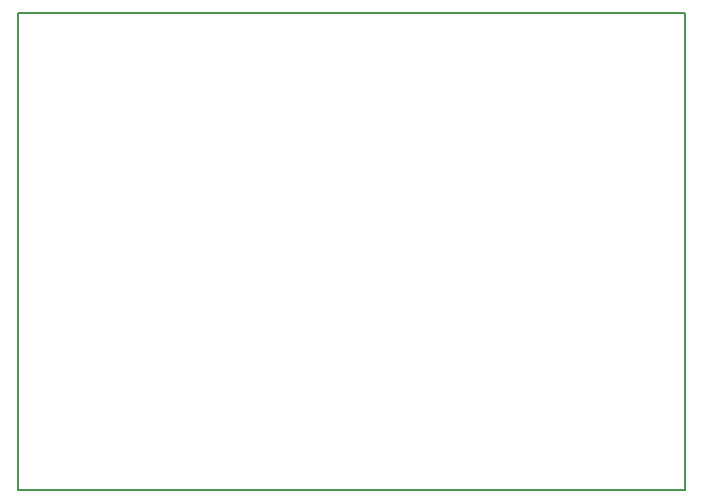
<source format=gbr>
%TF.GenerationSoftware,KiCad,Pcbnew,5.0.2*%
%TF.CreationDate,2019-02-13T10:06:58+08:00*%
%TF.ProjectId,ice40up5k-qfn48,69636534-3075-4703-956b-2d71666e3438,rev?*%
%TF.SameCoordinates,Original*%
%TF.FileFunction,Profile,NP*%
%FSLAX46Y46*%
G04 Gerber Fmt 4.6, Leading zero omitted, Abs format (unit mm)*
G04 Created by KiCad (PCBNEW 5.0.2) date 2019年02月13日 星期三 10时06分58秒*
%MOMM*%
%LPD*%
G01*
G04 APERTURE LIST*
%ADD10C,0.150000*%
G04 APERTURE END LIST*
D10*
X97155000Y-80391000D02*
X97155000Y-40005000D01*
X153670000Y-80391000D02*
X97155000Y-80391000D01*
X153670000Y-40005000D02*
X153670000Y-80391000D01*
X97155000Y-40005000D02*
X153670000Y-40005000D01*
M02*

</source>
